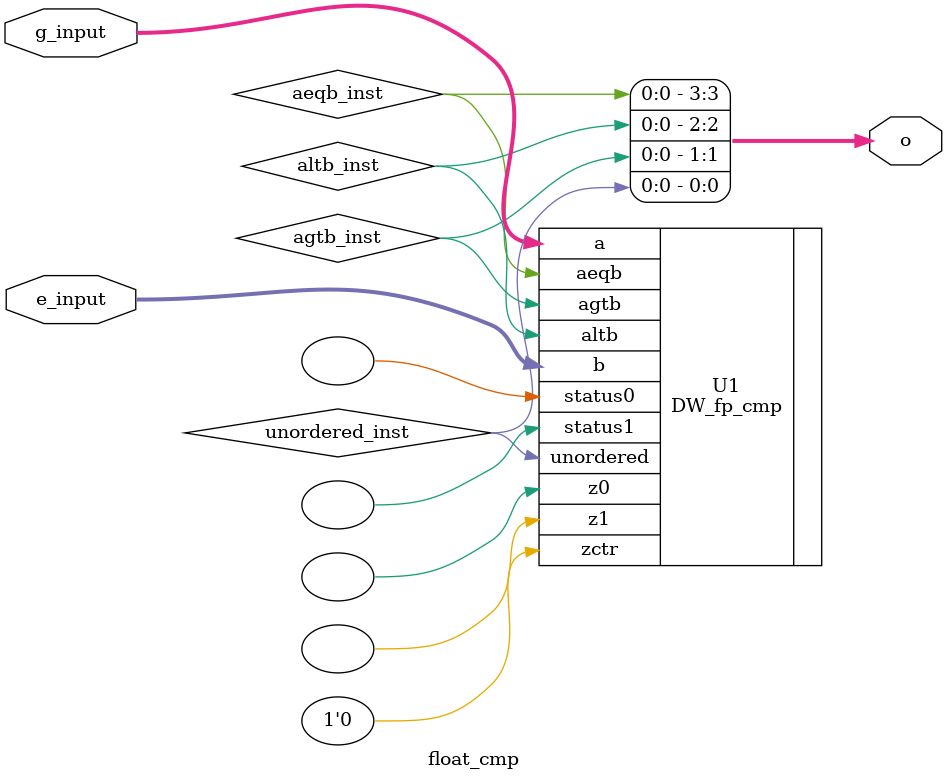
<source format=v>
`timescale 1ns / 1ps

module float_cmp(g_input, e_input, o);
  parameter sig_width = 23;
  parameter exp_width = 8;
  parameter ieee_compliance = 0;

  input  [sig_width+exp_width:0] g_input;
  input  [sig_width+exp_width:0] e_input;
  output [3:0] o; // {aeqb_inst, altb_inst, agtb_inst, unordered_inst}


  wire aeqb_inst;
  wire altb_inst;
  wire agtb_inst;
  wire unordered_inst;

  assign o = {aeqb_inst, altb_inst, agtb_inst, unordered_inst};

  // Instance of DW_fp_cmp
  // more info: https://www.synopsys.com/dw/ipdir.php?c=DW_fp_cmp
  DW_fp_cmp
  #(
    sig_width,
    exp_width,
    ieee_compliance
  )
  U1
  (
    .a(g_input),
    .b(e_input),
    .zctr(1'b0),
    .aeqb(aeqb_inst),
    .altb(altb_inst),
    .agtb(agtb_inst),
    .unordered(unordered_inst),
    .z0(),
    .z1(),
    .status0(),
	  .status1()
  );

endmodule

</source>
